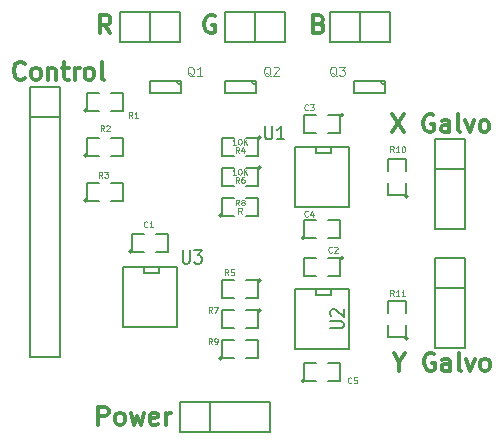
<source format=gbr>
G04 #@! TF.FileFunction,Legend,Top*
%FSLAX46Y46*%
G04 Gerber Fmt 4.6, Leading zero omitted, Abs format (unit mm)*
G04 Created by KiCad (PCBNEW (2014-11-23 BZR 5300)-product) date Tue 25 Nov 2014 12:27:08 AM EST*
%MOMM*%
G01*
G04 APERTURE LIST*
%ADD10C,0.100000*%
%ADD11C,0.300000*%
%ADD12C,0.150000*%
%ADD13C,0.119380*%
%ADD14C,0.127000*%
%ADD15C,0.109220*%
G04 APERTURE END LIST*
D10*
D11*
X155765858Y-95785714D02*
X155694429Y-95857143D01*
X155480143Y-95928571D01*
X155337286Y-95928571D01*
X155123001Y-95857143D01*
X154980143Y-95714286D01*
X154908715Y-95571429D01*
X154837286Y-95285714D01*
X154837286Y-95071429D01*
X154908715Y-94785714D01*
X154980143Y-94642857D01*
X155123001Y-94500000D01*
X155337286Y-94428571D01*
X155480143Y-94428571D01*
X155694429Y-94500000D01*
X155765858Y-94571429D01*
X156623001Y-95928571D02*
X156480143Y-95857143D01*
X156408715Y-95785714D01*
X156337286Y-95642857D01*
X156337286Y-95214286D01*
X156408715Y-95071429D01*
X156480143Y-95000000D01*
X156623001Y-94928571D01*
X156837286Y-94928571D01*
X156980143Y-95000000D01*
X157051572Y-95071429D01*
X157123001Y-95214286D01*
X157123001Y-95642857D01*
X157051572Y-95785714D01*
X156980143Y-95857143D01*
X156837286Y-95928571D01*
X156623001Y-95928571D01*
X157765858Y-94928571D02*
X157765858Y-95928571D01*
X157765858Y-95071429D02*
X157837286Y-95000000D01*
X157980144Y-94928571D01*
X158194429Y-94928571D01*
X158337286Y-95000000D01*
X158408715Y-95142857D01*
X158408715Y-95928571D01*
X158908715Y-94928571D02*
X159480144Y-94928571D01*
X159123001Y-94428571D02*
X159123001Y-95714286D01*
X159194429Y-95857143D01*
X159337287Y-95928571D01*
X159480144Y-95928571D01*
X159980144Y-95928571D02*
X159980144Y-94928571D01*
X159980144Y-95214286D02*
X160051572Y-95071429D01*
X160123001Y-95000000D01*
X160265858Y-94928571D01*
X160408715Y-94928571D01*
X161123001Y-95928571D02*
X160980143Y-95857143D01*
X160908715Y-95785714D01*
X160837286Y-95642857D01*
X160837286Y-95214286D01*
X160908715Y-95071429D01*
X160980143Y-95000000D01*
X161123001Y-94928571D01*
X161337286Y-94928571D01*
X161480143Y-95000000D01*
X161551572Y-95071429D01*
X161623001Y-95214286D01*
X161623001Y-95642857D01*
X161551572Y-95785714D01*
X161480143Y-95857143D01*
X161337286Y-95928571D01*
X161123001Y-95928571D01*
X162480144Y-95928571D02*
X162337286Y-95857143D01*
X162265858Y-95714286D01*
X162265858Y-94428571D01*
X162008715Y-125138571D02*
X162008715Y-123638571D01*
X162580143Y-123638571D01*
X162723001Y-123710000D01*
X162794429Y-123781429D01*
X162865858Y-123924286D01*
X162865858Y-124138571D01*
X162794429Y-124281429D01*
X162723001Y-124352857D01*
X162580143Y-124424286D01*
X162008715Y-124424286D01*
X163723001Y-125138571D02*
X163580143Y-125067143D01*
X163508715Y-124995714D01*
X163437286Y-124852857D01*
X163437286Y-124424286D01*
X163508715Y-124281429D01*
X163580143Y-124210000D01*
X163723001Y-124138571D01*
X163937286Y-124138571D01*
X164080143Y-124210000D01*
X164151572Y-124281429D01*
X164223001Y-124424286D01*
X164223001Y-124852857D01*
X164151572Y-124995714D01*
X164080143Y-125067143D01*
X163937286Y-125138571D01*
X163723001Y-125138571D01*
X164723001Y-124138571D02*
X165008715Y-125138571D01*
X165294429Y-124424286D01*
X165580144Y-125138571D01*
X165865858Y-124138571D01*
X167008715Y-125067143D02*
X166865858Y-125138571D01*
X166580144Y-125138571D01*
X166437287Y-125067143D01*
X166365858Y-124924286D01*
X166365858Y-124352857D01*
X166437287Y-124210000D01*
X166580144Y-124138571D01*
X166865858Y-124138571D01*
X167008715Y-124210000D01*
X167080144Y-124352857D01*
X167080144Y-124495714D01*
X166365858Y-124638571D01*
X167723001Y-125138571D02*
X167723001Y-124138571D01*
X167723001Y-124424286D02*
X167794429Y-124281429D01*
X167865858Y-124210000D01*
X168008715Y-124138571D01*
X168151572Y-124138571D01*
X180701143Y-91205857D02*
X180915429Y-91277286D01*
X180986857Y-91348714D01*
X181058286Y-91491571D01*
X181058286Y-91705857D01*
X180986857Y-91848714D01*
X180915429Y-91920143D01*
X180772571Y-91991571D01*
X180201143Y-91991571D01*
X180201143Y-90491571D01*
X180701143Y-90491571D01*
X180844000Y-90563000D01*
X180915429Y-90634429D01*
X180986857Y-90777286D01*
X180986857Y-90920143D01*
X180915429Y-91063000D01*
X180844000Y-91134429D01*
X180701143Y-91205857D01*
X180201143Y-91205857D01*
X171842857Y-90563000D02*
X171700000Y-90491571D01*
X171485714Y-90491571D01*
X171271429Y-90563000D01*
X171128571Y-90705857D01*
X171057143Y-90848714D01*
X170985714Y-91134429D01*
X170985714Y-91348714D01*
X171057143Y-91634429D01*
X171128571Y-91777286D01*
X171271429Y-91920143D01*
X171485714Y-91991571D01*
X171628571Y-91991571D01*
X171842857Y-91920143D01*
X171914286Y-91848714D01*
X171914286Y-91348714D01*
X171628571Y-91348714D01*
X163024286Y-91991571D02*
X162524286Y-91277286D01*
X162167143Y-91991571D02*
X162167143Y-90491571D01*
X162738571Y-90491571D01*
X162881429Y-90563000D01*
X162952857Y-90634429D01*
X163024286Y-90777286D01*
X163024286Y-90991571D01*
X162952857Y-91134429D01*
X162881429Y-91205857D01*
X162738571Y-91277286D01*
X162167143Y-91277286D01*
X187492143Y-119852286D02*
X187492143Y-120566571D01*
X186992143Y-119066571D02*
X187492143Y-119852286D01*
X187992143Y-119066571D01*
X190420714Y-119138000D02*
X190277857Y-119066571D01*
X190063571Y-119066571D01*
X189849286Y-119138000D01*
X189706428Y-119280857D01*
X189635000Y-119423714D01*
X189563571Y-119709429D01*
X189563571Y-119923714D01*
X189635000Y-120209429D01*
X189706428Y-120352286D01*
X189849286Y-120495143D01*
X190063571Y-120566571D01*
X190206428Y-120566571D01*
X190420714Y-120495143D01*
X190492143Y-120423714D01*
X190492143Y-119923714D01*
X190206428Y-119923714D01*
X191777857Y-120566571D02*
X191777857Y-119780857D01*
X191706428Y-119638000D01*
X191563571Y-119566571D01*
X191277857Y-119566571D01*
X191135000Y-119638000D01*
X191777857Y-120495143D02*
X191635000Y-120566571D01*
X191277857Y-120566571D01*
X191135000Y-120495143D01*
X191063571Y-120352286D01*
X191063571Y-120209429D01*
X191135000Y-120066571D01*
X191277857Y-119995143D01*
X191635000Y-119995143D01*
X191777857Y-119923714D01*
X192706429Y-120566571D02*
X192563571Y-120495143D01*
X192492143Y-120352286D01*
X192492143Y-119066571D01*
X193135000Y-119566571D02*
X193492143Y-120566571D01*
X193849285Y-119566571D01*
X194635000Y-120566571D02*
X194492142Y-120495143D01*
X194420714Y-120423714D01*
X194349285Y-120280857D01*
X194349285Y-119852286D01*
X194420714Y-119709429D01*
X194492142Y-119638000D01*
X194635000Y-119566571D01*
X194849285Y-119566571D01*
X194992142Y-119638000D01*
X195063571Y-119709429D01*
X195135000Y-119852286D01*
X195135000Y-120280857D01*
X195063571Y-120423714D01*
X194992142Y-120495143D01*
X194849285Y-120566571D01*
X194635000Y-120566571D01*
X186865144Y-98873571D02*
X187865144Y-100373571D01*
X187865144Y-98873571D02*
X186865144Y-100373571D01*
X190365143Y-98945000D02*
X190222286Y-98873571D01*
X190008000Y-98873571D01*
X189793715Y-98945000D01*
X189650857Y-99087857D01*
X189579429Y-99230714D01*
X189508000Y-99516429D01*
X189508000Y-99730714D01*
X189579429Y-100016429D01*
X189650857Y-100159286D01*
X189793715Y-100302143D01*
X190008000Y-100373571D01*
X190150857Y-100373571D01*
X190365143Y-100302143D01*
X190436572Y-100230714D01*
X190436572Y-99730714D01*
X190150857Y-99730714D01*
X191722286Y-100373571D02*
X191722286Y-99587857D01*
X191650857Y-99445000D01*
X191508000Y-99373571D01*
X191222286Y-99373571D01*
X191079429Y-99445000D01*
X191722286Y-100302143D02*
X191579429Y-100373571D01*
X191222286Y-100373571D01*
X191079429Y-100302143D01*
X191008000Y-100159286D01*
X191008000Y-100016429D01*
X191079429Y-99873571D01*
X191222286Y-99802143D01*
X191579429Y-99802143D01*
X191722286Y-99730714D01*
X192650858Y-100373571D02*
X192508000Y-100302143D01*
X192436572Y-100159286D01*
X192436572Y-98873571D01*
X193079429Y-99373571D02*
X193436572Y-100373571D01*
X193793714Y-99373571D01*
X194579429Y-100373571D02*
X194436571Y-100302143D01*
X194365143Y-100230714D01*
X194293714Y-100087857D01*
X194293714Y-99659286D01*
X194365143Y-99516429D01*
X194436571Y-99445000D01*
X194579429Y-99373571D01*
X194793714Y-99373571D01*
X194936571Y-99445000D01*
X195008000Y-99516429D01*
X195079429Y-99659286D01*
X195079429Y-100087857D01*
X195008000Y-100230714D01*
X194936571Y-100302143D01*
X194793714Y-100373571D01*
X194579429Y-100373571D01*
D12*
X190500000Y-103505000D02*
X190500000Y-108585000D01*
X190500000Y-108585000D02*
X193040000Y-108585000D01*
X193040000Y-108585000D02*
X193040000Y-103505000D01*
X193040000Y-100965000D02*
X193040000Y-103505000D01*
X193040000Y-103505000D02*
X190500000Y-103505000D01*
X193040000Y-100965000D02*
X190500000Y-100965000D01*
X190500000Y-100965000D02*
X190500000Y-103505000D01*
X190500000Y-113538000D02*
X190500000Y-118618000D01*
X190500000Y-118618000D02*
X193040000Y-118618000D01*
X193040000Y-118618000D02*
X193040000Y-113538000D01*
X193040000Y-110998000D02*
X193040000Y-113538000D01*
X193040000Y-113538000D02*
X190500000Y-113538000D01*
X193040000Y-110998000D02*
X190500000Y-110998000D01*
X190500000Y-110998000D02*
X190500000Y-113538000D01*
X171450000Y-125730000D02*
X176530000Y-125730000D01*
X176530000Y-125730000D02*
X176530000Y-123190000D01*
X176530000Y-123190000D02*
X171450000Y-123190000D01*
X168910000Y-123190000D02*
X171450000Y-123190000D01*
X171450000Y-123190000D02*
X171450000Y-125730000D01*
X168910000Y-123190000D02*
X168910000Y-125730000D01*
X168910000Y-125730000D02*
X171450000Y-125730000D01*
X158750000Y-99060000D02*
X158750000Y-119380000D01*
X158750000Y-119380000D02*
X156210000Y-119380000D01*
X156210000Y-119380000D02*
X156210000Y-99060000D01*
X158750000Y-96520000D02*
X158750000Y-99060000D01*
X158750000Y-99060000D02*
X156210000Y-99060000D01*
X158750000Y-96520000D02*
X156210000Y-96520000D01*
X156210000Y-96520000D02*
X156210000Y-99060000D01*
X166370000Y-90170000D02*
X166370000Y-92710000D01*
X163830000Y-90170000D02*
X163830000Y-92710000D01*
X163830000Y-92710000D02*
X166370000Y-92710000D01*
X166370000Y-92710000D02*
X168910000Y-92710000D01*
X168910000Y-92710000D02*
X168910000Y-90170000D01*
X168910000Y-90170000D02*
X163830000Y-90170000D01*
X175260000Y-90170000D02*
X175260000Y-92710000D01*
X172720000Y-90170000D02*
X172720000Y-92710000D01*
X172720000Y-92710000D02*
X175260000Y-92710000D01*
X175260000Y-92710000D02*
X177800000Y-92710000D01*
X177800000Y-92710000D02*
X177800000Y-90170000D01*
X177800000Y-90170000D02*
X172720000Y-90170000D01*
X184150000Y-90170000D02*
X184150000Y-92710000D01*
X181610000Y-90170000D02*
X181610000Y-92710000D01*
X181610000Y-92710000D02*
X184150000Y-92710000D01*
X184150000Y-92710000D02*
X186690000Y-92710000D01*
X186690000Y-92710000D02*
X186690000Y-90170000D01*
X186690000Y-90170000D02*
X181610000Y-90170000D01*
X168975090Y-96169480D02*
G75*
G03X168975090Y-96169480I-159070J0D01*
G01*
X166370000Y-97028000D02*
X166370000Y-96012000D01*
X168973500Y-97028000D02*
X168973500Y-96012000D01*
X166370000Y-96012000D02*
X168973500Y-96012000D01*
X168973500Y-97028000D02*
X166370000Y-97028000D01*
X175325090Y-96169480D02*
G75*
G03X175325090Y-96169480I-159070J0D01*
G01*
X172720000Y-97028000D02*
X172720000Y-96012000D01*
X175323500Y-97028000D02*
X175323500Y-96012000D01*
X172720000Y-96012000D02*
X175323500Y-96012000D01*
X175323500Y-97028000D02*
X172720000Y-97028000D01*
X186247090Y-96169480D02*
G75*
G03X186247090Y-96169480I-159070J0D01*
G01*
X183642000Y-97028000D02*
X183642000Y-96012000D01*
X186245500Y-97028000D02*
X186245500Y-96012000D01*
X183642000Y-96012000D02*
X186245500Y-96012000D01*
X186245500Y-97028000D02*
X183642000Y-97028000D01*
X183261000Y-101600000D02*
X183261000Y-106680000D01*
X183261000Y-106680000D02*
X178689000Y-106680000D01*
X178689000Y-106680000D02*
X178689000Y-101600000D01*
X178689000Y-101600000D02*
X183261000Y-101600000D01*
X181737000Y-101600000D02*
X181737000Y-102108000D01*
X181737000Y-102108000D02*
X180467000Y-102108000D01*
X180467000Y-102108000D02*
X180467000Y-101600000D01*
X183261000Y-113665000D02*
X183261000Y-118745000D01*
X183261000Y-118745000D02*
X178689000Y-118745000D01*
X178689000Y-118745000D02*
X178689000Y-113665000D01*
X178689000Y-113665000D02*
X183261000Y-113665000D01*
X181737000Y-113665000D02*
X181737000Y-114173000D01*
X181737000Y-114173000D02*
X180467000Y-114173000D01*
X180467000Y-114173000D02*
X180467000Y-113665000D01*
X168656000Y-111760000D02*
X168656000Y-116840000D01*
X168656000Y-116840000D02*
X164084000Y-116840000D01*
X164084000Y-116840000D02*
X164084000Y-111760000D01*
X164084000Y-111760000D02*
X168656000Y-111760000D01*
X167132000Y-111760000D02*
X167132000Y-112268000D01*
X167132000Y-112268000D02*
X165862000Y-112268000D01*
X165862000Y-112268000D02*
X165862000Y-111760000D01*
X164846000Y-110490000D02*
G75*
G03X164846000Y-110490000I-127000J0D01*
G01*
X165862000Y-110490000D02*
X164846000Y-110490000D01*
X164846000Y-110490000D02*
X164846000Y-108966000D01*
X164846000Y-108966000D02*
X165862000Y-108966000D01*
X166878000Y-108966000D02*
X167894000Y-108966000D01*
X167894000Y-108966000D02*
X167894000Y-110490000D01*
X167894000Y-110490000D02*
X166878000Y-110490000D01*
X182753000Y-110998000D02*
G75*
G03X182753000Y-110998000I-127000J0D01*
G01*
X181483000Y-110998000D02*
X182499000Y-110998000D01*
X182499000Y-110998000D02*
X182499000Y-112522000D01*
X182499000Y-112522000D02*
X181483000Y-112522000D01*
X180467000Y-112522000D02*
X179451000Y-112522000D01*
X179451000Y-112522000D02*
X179451000Y-110998000D01*
X179451000Y-110998000D02*
X180467000Y-110998000D01*
X182753000Y-98933000D02*
G75*
G03X182753000Y-98933000I-127000J0D01*
G01*
X181483000Y-98933000D02*
X182499000Y-98933000D01*
X182499000Y-98933000D02*
X182499000Y-100457000D01*
X182499000Y-100457000D02*
X181483000Y-100457000D01*
X180467000Y-100457000D02*
X179451000Y-100457000D01*
X179451000Y-100457000D02*
X179451000Y-98933000D01*
X179451000Y-98933000D02*
X180467000Y-98933000D01*
X179451000Y-109347000D02*
G75*
G03X179451000Y-109347000I-127000J0D01*
G01*
X180467000Y-109347000D02*
X179451000Y-109347000D01*
X179451000Y-109347000D02*
X179451000Y-107823000D01*
X179451000Y-107823000D02*
X180467000Y-107823000D01*
X181483000Y-107823000D02*
X182499000Y-107823000D01*
X182499000Y-107823000D02*
X182499000Y-109347000D01*
X182499000Y-109347000D02*
X181483000Y-109347000D01*
X179451000Y-121412000D02*
G75*
G03X179451000Y-121412000I-127000J0D01*
G01*
X180467000Y-121412000D02*
X179451000Y-121412000D01*
X179451000Y-121412000D02*
X179451000Y-119888000D01*
X179451000Y-119888000D02*
X180467000Y-119888000D01*
X181483000Y-119888000D02*
X182499000Y-119888000D01*
X182499000Y-119888000D02*
X182499000Y-121412000D01*
X182499000Y-121412000D02*
X181483000Y-121412000D01*
X161036000Y-98552000D02*
G75*
G03X161036000Y-98552000I-127000J0D01*
G01*
X162052000Y-98552000D02*
X161036000Y-98552000D01*
X161036000Y-98552000D02*
X161036000Y-97028000D01*
X161036000Y-97028000D02*
X162052000Y-97028000D01*
X163068000Y-97028000D02*
X164084000Y-97028000D01*
X164084000Y-97028000D02*
X164084000Y-98552000D01*
X164084000Y-98552000D02*
X163068000Y-98552000D01*
X161036000Y-102362000D02*
G75*
G03X161036000Y-102362000I-127000J0D01*
G01*
X162052000Y-102362000D02*
X161036000Y-102362000D01*
X161036000Y-102362000D02*
X161036000Y-100838000D01*
X161036000Y-100838000D02*
X162052000Y-100838000D01*
X163068000Y-100838000D02*
X164084000Y-100838000D01*
X164084000Y-100838000D02*
X164084000Y-102362000D01*
X164084000Y-102362000D02*
X163068000Y-102362000D01*
X161036000Y-106172000D02*
G75*
G03X161036000Y-106172000I-127000J0D01*
G01*
X162052000Y-106172000D02*
X161036000Y-106172000D01*
X161036000Y-106172000D02*
X161036000Y-104648000D01*
X161036000Y-104648000D02*
X162052000Y-104648000D01*
X163068000Y-104648000D02*
X164084000Y-104648000D01*
X164084000Y-104648000D02*
X164084000Y-106172000D01*
X164084000Y-106172000D02*
X163068000Y-106172000D01*
X175768000Y-100838000D02*
G75*
G03X175768000Y-100838000I-127000J0D01*
G01*
X174498000Y-100838000D02*
X175514000Y-100838000D01*
X175514000Y-100838000D02*
X175514000Y-102362000D01*
X175514000Y-102362000D02*
X174498000Y-102362000D01*
X173482000Y-102362000D02*
X172466000Y-102362000D01*
X172466000Y-102362000D02*
X172466000Y-100838000D01*
X172466000Y-100838000D02*
X173482000Y-100838000D01*
X175768000Y-112903000D02*
G75*
G03X175768000Y-112903000I-127000J0D01*
G01*
X174498000Y-112903000D02*
X175514000Y-112903000D01*
X175514000Y-112903000D02*
X175514000Y-114427000D01*
X175514000Y-114427000D02*
X174498000Y-114427000D01*
X173482000Y-114427000D02*
X172466000Y-114427000D01*
X172466000Y-114427000D02*
X172466000Y-112903000D01*
X172466000Y-112903000D02*
X173482000Y-112903000D01*
X175768000Y-103378000D02*
G75*
G03X175768000Y-103378000I-127000J0D01*
G01*
X174498000Y-103378000D02*
X175514000Y-103378000D01*
X175514000Y-103378000D02*
X175514000Y-104902000D01*
X175514000Y-104902000D02*
X174498000Y-104902000D01*
X173482000Y-104902000D02*
X172466000Y-104902000D01*
X172466000Y-104902000D02*
X172466000Y-103378000D01*
X172466000Y-103378000D02*
X173482000Y-103378000D01*
X175768000Y-115443000D02*
G75*
G03X175768000Y-115443000I-127000J0D01*
G01*
X174498000Y-115443000D02*
X175514000Y-115443000D01*
X175514000Y-115443000D02*
X175514000Y-116967000D01*
X175514000Y-116967000D02*
X174498000Y-116967000D01*
X173482000Y-116967000D02*
X172466000Y-116967000D01*
X172466000Y-116967000D02*
X172466000Y-115443000D01*
X172466000Y-115443000D02*
X173482000Y-115443000D01*
X172466000Y-107442000D02*
G75*
G03X172466000Y-107442000I-127000J0D01*
G01*
X173482000Y-107442000D02*
X172466000Y-107442000D01*
X172466000Y-107442000D02*
X172466000Y-105918000D01*
X172466000Y-105918000D02*
X173482000Y-105918000D01*
X174498000Y-105918000D02*
X175514000Y-105918000D01*
X175514000Y-105918000D02*
X175514000Y-107442000D01*
X175514000Y-107442000D02*
X174498000Y-107442000D01*
X172466000Y-119507000D02*
G75*
G03X172466000Y-119507000I-127000J0D01*
G01*
X173482000Y-119507000D02*
X172466000Y-119507000D01*
X172466000Y-119507000D02*
X172466000Y-117983000D01*
X172466000Y-117983000D02*
X173482000Y-117983000D01*
X174498000Y-117983000D02*
X175514000Y-117983000D01*
X175514000Y-117983000D02*
X175514000Y-119507000D01*
X175514000Y-119507000D02*
X174498000Y-119507000D01*
X188214000Y-105791000D02*
G75*
G03X188214000Y-105791000I-127000J0D01*
G01*
X188087000Y-104648000D02*
X188087000Y-105664000D01*
X188087000Y-105664000D02*
X186563000Y-105664000D01*
X186563000Y-105664000D02*
X186563000Y-104648000D01*
X186563000Y-103632000D02*
X186563000Y-102616000D01*
X186563000Y-102616000D02*
X188087000Y-102616000D01*
X188087000Y-102616000D02*
X188087000Y-103632000D01*
X188214000Y-117856000D02*
G75*
G03X188214000Y-117856000I-127000J0D01*
G01*
X188087000Y-116713000D02*
X188087000Y-117729000D01*
X188087000Y-117729000D02*
X186563000Y-117729000D01*
X186563000Y-117729000D02*
X186563000Y-116713000D01*
X186563000Y-115697000D02*
X186563000Y-114681000D01*
X186563000Y-114681000D02*
X188087000Y-114681000D01*
X188087000Y-114681000D02*
X188087000Y-115697000D01*
D13*
X170107429Y-95667286D02*
X170034857Y-95631000D01*
X169962286Y-95558429D01*
X169853429Y-95449571D01*
X169780857Y-95413286D01*
X169708286Y-95413286D01*
X169744571Y-95594714D02*
X169672000Y-95558429D01*
X169599429Y-95485857D01*
X169563143Y-95340714D01*
X169563143Y-95086714D01*
X169599429Y-94941571D01*
X169672000Y-94869000D01*
X169744571Y-94832714D01*
X169889714Y-94832714D01*
X169962286Y-94869000D01*
X170034857Y-94941571D01*
X170071143Y-95086714D01*
X170071143Y-95340714D01*
X170034857Y-95485857D01*
X169962286Y-95558429D01*
X169889714Y-95594714D01*
X169744571Y-95594714D01*
X170796857Y-95594714D02*
X170361429Y-95594714D01*
X170579143Y-95594714D02*
X170579143Y-94832714D01*
X170506572Y-94941571D01*
X170434000Y-95014143D01*
X170361429Y-95050429D01*
X176584429Y-95667286D02*
X176511857Y-95631000D01*
X176439286Y-95558429D01*
X176330429Y-95449571D01*
X176257857Y-95413286D01*
X176185286Y-95413286D01*
X176221571Y-95594714D02*
X176149000Y-95558429D01*
X176076429Y-95485857D01*
X176040143Y-95340714D01*
X176040143Y-95086714D01*
X176076429Y-94941571D01*
X176149000Y-94869000D01*
X176221571Y-94832714D01*
X176366714Y-94832714D01*
X176439286Y-94869000D01*
X176511857Y-94941571D01*
X176548143Y-95086714D01*
X176548143Y-95340714D01*
X176511857Y-95485857D01*
X176439286Y-95558429D01*
X176366714Y-95594714D01*
X176221571Y-95594714D01*
X176838429Y-94905286D02*
X176874715Y-94869000D01*
X176947286Y-94832714D01*
X177128715Y-94832714D01*
X177201286Y-94869000D01*
X177237572Y-94905286D01*
X177273857Y-94977857D01*
X177273857Y-95050429D01*
X177237572Y-95159286D01*
X176802143Y-95594714D01*
X177273857Y-95594714D01*
X182172429Y-95667286D02*
X182099857Y-95631000D01*
X182027286Y-95558429D01*
X181918429Y-95449571D01*
X181845857Y-95413286D01*
X181773286Y-95413286D01*
X181809571Y-95594714D02*
X181737000Y-95558429D01*
X181664429Y-95485857D01*
X181628143Y-95340714D01*
X181628143Y-95086714D01*
X181664429Y-94941571D01*
X181737000Y-94869000D01*
X181809571Y-94832714D01*
X181954714Y-94832714D01*
X182027286Y-94869000D01*
X182099857Y-94941571D01*
X182136143Y-95086714D01*
X182136143Y-95340714D01*
X182099857Y-95485857D01*
X182027286Y-95558429D01*
X181954714Y-95594714D01*
X181809571Y-95594714D01*
X182390143Y-94832714D02*
X182861857Y-94832714D01*
X182607857Y-95123000D01*
X182716715Y-95123000D01*
X182789286Y-95159286D01*
X182825572Y-95195571D01*
X182861857Y-95268143D01*
X182861857Y-95449571D01*
X182825572Y-95522143D01*
X182789286Y-95558429D01*
X182716715Y-95594714D01*
X182499000Y-95594714D01*
X182426429Y-95558429D01*
X182390143Y-95522143D01*
D14*
X176136905Y-99831071D02*
X176136905Y-100756357D01*
X176185286Y-100865214D01*
X176233667Y-100919643D01*
X176330429Y-100974071D01*
X176523952Y-100974071D01*
X176620714Y-100919643D01*
X176669095Y-100865214D01*
X176717476Y-100756357D01*
X176717476Y-99831071D01*
X177733476Y-100974071D02*
X177152905Y-100974071D01*
X177443191Y-100974071D02*
X177443191Y-99831071D01*
X177346429Y-99994357D01*
X177249667Y-100103214D01*
X177152905Y-100157643D01*
X181619071Y-116979095D02*
X182544357Y-116979095D01*
X182653214Y-116930714D01*
X182707643Y-116882333D01*
X182762071Y-116785571D01*
X182762071Y-116592048D01*
X182707643Y-116495286D01*
X182653214Y-116446905D01*
X182544357Y-116398524D01*
X181619071Y-116398524D01*
X181727929Y-115963095D02*
X181673500Y-115914714D01*
X181619071Y-115817952D01*
X181619071Y-115576048D01*
X181673500Y-115479286D01*
X181727929Y-115430905D01*
X181836786Y-115382524D01*
X181945643Y-115382524D01*
X182108929Y-115430905D01*
X182762071Y-116011476D01*
X182762071Y-115382524D01*
X169151905Y-110372071D02*
X169151905Y-111297357D01*
X169200286Y-111406214D01*
X169248667Y-111460643D01*
X169345429Y-111515071D01*
X169538952Y-111515071D01*
X169635714Y-111460643D01*
X169684095Y-111406214D01*
X169732476Y-111297357D01*
X169732476Y-110372071D01*
X170119524Y-110372071D02*
X170748476Y-110372071D01*
X170409810Y-110807500D01*
X170554952Y-110807500D01*
X170651714Y-110861929D01*
X170700095Y-110916357D01*
X170748476Y-111025214D01*
X170748476Y-111297357D01*
X170700095Y-111406214D01*
X170651714Y-111460643D01*
X170554952Y-111515071D01*
X170264667Y-111515071D01*
X170167905Y-111460643D01*
X170119524Y-111406214D01*
D15*
X166159604Y-108382707D02*
X166135776Y-108406535D01*
X166064293Y-108430362D01*
X166016638Y-108430362D01*
X165945155Y-108406535D01*
X165897500Y-108358880D01*
X165873672Y-108311224D01*
X165849844Y-108215914D01*
X165849844Y-108144431D01*
X165873672Y-108049120D01*
X165897500Y-108001465D01*
X165945155Y-107953810D01*
X166016638Y-107929982D01*
X166064293Y-107929982D01*
X166135776Y-107953810D01*
X166159604Y-107977638D01*
X166636156Y-108430362D02*
X166350224Y-108430362D01*
X166493190Y-108430362D02*
X166493190Y-107929982D01*
X166445535Y-108001465D01*
X166397880Y-108049120D01*
X166350224Y-108072948D01*
X181780604Y-110541707D02*
X181756776Y-110565535D01*
X181685293Y-110589362D01*
X181637638Y-110589362D01*
X181566155Y-110565535D01*
X181518500Y-110517880D01*
X181494672Y-110470224D01*
X181470844Y-110374914D01*
X181470844Y-110303431D01*
X181494672Y-110208120D01*
X181518500Y-110160465D01*
X181566155Y-110112810D01*
X181637638Y-110088982D01*
X181685293Y-110088982D01*
X181756776Y-110112810D01*
X181780604Y-110136638D01*
X181971224Y-110136638D02*
X181995052Y-110112810D01*
X182042707Y-110088982D01*
X182161845Y-110088982D01*
X182209501Y-110112810D01*
X182233328Y-110136638D01*
X182257156Y-110184293D01*
X182257156Y-110231948D01*
X182233328Y-110303431D01*
X181947397Y-110589362D01*
X182257156Y-110589362D01*
X179748604Y-98476707D02*
X179724776Y-98500535D01*
X179653293Y-98524362D01*
X179605638Y-98524362D01*
X179534155Y-98500535D01*
X179486500Y-98452880D01*
X179462672Y-98405224D01*
X179438844Y-98309914D01*
X179438844Y-98238431D01*
X179462672Y-98143120D01*
X179486500Y-98095465D01*
X179534155Y-98047810D01*
X179605638Y-98023982D01*
X179653293Y-98023982D01*
X179724776Y-98047810D01*
X179748604Y-98071638D01*
X179915397Y-98023982D02*
X180225156Y-98023982D01*
X180058363Y-98214603D01*
X180129845Y-98214603D01*
X180177501Y-98238431D01*
X180201328Y-98262259D01*
X180225156Y-98309914D01*
X180225156Y-98429052D01*
X180201328Y-98476707D01*
X180177501Y-98500535D01*
X180129845Y-98524362D01*
X179986880Y-98524362D01*
X179939224Y-98500535D01*
X179915397Y-98476707D01*
X179748604Y-107493707D02*
X179724776Y-107517535D01*
X179653293Y-107541362D01*
X179605638Y-107541362D01*
X179534155Y-107517535D01*
X179486500Y-107469880D01*
X179462672Y-107422224D01*
X179438844Y-107326914D01*
X179438844Y-107255431D01*
X179462672Y-107160120D01*
X179486500Y-107112465D01*
X179534155Y-107064810D01*
X179605638Y-107040982D01*
X179653293Y-107040982D01*
X179724776Y-107064810D01*
X179748604Y-107088638D01*
X180177501Y-107207776D02*
X180177501Y-107541362D01*
X180058363Y-107017155D02*
X179939224Y-107374569D01*
X180248984Y-107374569D01*
X183431604Y-121590707D02*
X183407776Y-121614535D01*
X183336293Y-121638362D01*
X183288638Y-121638362D01*
X183217155Y-121614535D01*
X183169500Y-121566880D01*
X183145672Y-121519224D01*
X183121844Y-121423914D01*
X183121844Y-121352431D01*
X183145672Y-121257120D01*
X183169500Y-121209465D01*
X183217155Y-121161810D01*
X183288638Y-121137982D01*
X183336293Y-121137982D01*
X183407776Y-121161810D01*
X183431604Y-121185638D01*
X183884328Y-121137982D02*
X183646052Y-121137982D01*
X183622224Y-121376259D01*
X183646052Y-121352431D01*
X183693707Y-121328603D01*
X183812845Y-121328603D01*
X183860501Y-121352431D01*
X183884328Y-121376259D01*
X183908156Y-121423914D01*
X183908156Y-121543052D01*
X183884328Y-121590707D01*
X183860501Y-121614535D01*
X183812845Y-121638362D01*
X183693707Y-121638362D01*
X183646052Y-121614535D01*
X183622224Y-121590707D01*
X164889604Y-99159362D02*
X164722810Y-98921086D01*
X164603672Y-99159362D02*
X164603672Y-98658982D01*
X164794293Y-98658982D01*
X164841948Y-98682810D01*
X164865776Y-98706638D01*
X164889604Y-98754293D01*
X164889604Y-98825776D01*
X164865776Y-98873431D01*
X164841948Y-98897259D01*
X164794293Y-98921086D01*
X164603672Y-98921086D01*
X165366156Y-99159362D02*
X165080224Y-99159362D01*
X165223190Y-99159362D02*
X165223190Y-98658982D01*
X165175535Y-98730465D01*
X165127880Y-98778120D01*
X165080224Y-98801948D01*
X162476604Y-100302362D02*
X162309810Y-100064086D01*
X162190672Y-100302362D02*
X162190672Y-99801982D01*
X162381293Y-99801982D01*
X162428948Y-99825810D01*
X162452776Y-99849638D01*
X162476604Y-99897293D01*
X162476604Y-99968776D01*
X162452776Y-100016431D01*
X162428948Y-100040259D01*
X162381293Y-100064086D01*
X162190672Y-100064086D01*
X162667224Y-99849638D02*
X162691052Y-99825810D01*
X162738707Y-99801982D01*
X162857845Y-99801982D01*
X162905501Y-99825810D01*
X162929328Y-99849638D01*
X162953156Y-99897293D01*
X162953156Y-99944948D01*
X162929328Y-100016431D01*
X162643397Y-100302362D01*
X162953156Y-100302362D01*
X162349604Y-104239362D02*
X162182810Y-104001086D01*
X162063672Y-104239362D02*
X162063672Y-103738982D01*
X162254293Y-103738982D01*
X162301948Y-103762810D01*
X162325776Y-103786638D01*
X162349604Y-103834293D01*
X162349604Y-103905776D01*
X162325776Y-103953431D01*
X162301948Y-103977259D01*
X162254293Y-104001086D01*
X162063672Y-104001086D01*
X162516397Y-103738982D02*
X162826156Y-103738982D01*
X162659363Y-103929603D01*
X162730845Y-103929603D01*
X162778501Y-103953431D01*
X162802328Y-103977259D01*
X162826156Y-104024914D01*
X162826156Y-104144052D01*
X162802328Y-104191707D01*
X162778501Y-104215535D01*
X162730845Y-104239362D01*
X162587880Y-104239362D01*
X162540224Y-104215535D01*
X162516397Y-104191707D01*
X173906604Y-102143862D02*
X173739810Y-101905586D01*
X173620672Y-102143862D02*
X173620672Y-101643482D01*
X173811293Y-101643482D01*
X173858948Y-101667310D01*
X173882776Y-101691138D01*
X173906604Y-101738793D01*
X173906604Y-101810276D01*
X173882776Y-101857931D01*
X173858948Y-101881759D01*
X173811293Y-101905586D01*
X173620672Y-101905586D01*
X174335501Y-101810276D02*
X174335501Y-102143862D01*
X174216363Y-101619655D02*
X174097224Y-101977069D01*
X174406984Y-101977069D01*
X173644500Y-101445362D02*
X173358568Y-101445362D01*
X173501534Y-101445362D02*
X173501534Y-100944982D01*
X173453879Y-101016465D01*
X173406224Y-101064120D01*
X173358568Y-101087948D01*
X173954259Y-100944982D02*
X174001914Y-100944982D01*
X174049569Y-100968810D01*
X174073397Y-100992638D01*
X174097224Y-101040293D01*
X174121052Y-101135603D01*
X174121052Y-101254741D01*
X174097224Y-101350052D01*
X174073397Y-101397707D01*
X174049569Y-101421535D01*
X174001914Y-101445362D01*
X173954259Y-101445362D01*
X173906603Y-101421535D01*
X173882776Y-101397707D01*
X173858948Y-101350052D01*
X173835120Y-101254741D01*
X173835120Y-101135603D01*
X173858948Y-101040293D01*
X173882776Y-100992638D01*
X173906603Y-100968810D01*
X173954259Y-100944982D01*
X174335500Y-101445362D02*
X174335500Y-100944982D01*
X174621432Y-101445362D02*
X174406983Y-101159431D01*
X174621432Y-100944982D02*
X174335500Y-101230914D01*
X173017604Y-112494362D02*
X172850810Y-112256086D01*
X172731672Y-112494362D02*
X172731672Y-111993982D01*
X172922293Y-111993982D01*
X172969948Y-112017810D01*
X172993776Y-112041638D01*
X173017604Y-112089293D01*
X173017604Y-112160776D01*
X172993776Y-112208431D01*
X172969948Y-112232259D01*
X172922293Y-112256086D01*
X172731672Y-112256086D01*
X173470328Y-111993982D02*
X173232052Y-111993982D01*
X173208224Y-112232259D01*
X173232052Y-112208431D01*
X173279707Y-112184603D01*
X173398845Y-112184603D01*
X173446501Y-112208431D01*
X173470328Y-112232259D01*
X173494156Y-112279914D01*
X173494156Y-112399052D01*
X173470328Y-112446707D01*
X173446501Y-112470535D01*
X173398845Y-112494362D01*
X173279707Y-112494362D01*
X173232052Y-112470535D01*
X173208224Y-112446707D01*
X173906604Y-104683862D02*
X173739810Y-104445586D01*
X173620672Y-104683862D02*
X173620672Y-104183482D01*
X173811293Y-104183482D01*
X173858948Y-104207310D01*
X173882776Y-104231138D01*
X173906604Y-104278793D01*
X173906604Y-104350276D01*
X173882776Y-104397931D01*
X173858948Y-104421759D01*
X173811293Y-104445586D01*
X173620672Y-104445586D01*
X174335501Y-104183482D02*
X174240190Y-104183482D01*
X174192535Y-104207310D01*
X174168707Y-104231138D01*
X174121052Y-104302620D01*
X174097224Y-104397931D01*
X174097224Y-104588552D01*
X174121052Y-104636207D01*
X174144880Y-104660035D01*
X174192535Y-104683862D01*
X174287845Y-104683862D01*
X174335501Y-104660035D01*
X174359328Y-104636207D01*
X174383156Y-104588552D01*
X174383156Y-104469414D01*
X174359328Y-104421759D01*
X174335501Y-104397931D01*
X174287845Y-104374103D01*
X174192535Y-104374103D01*
X174144880Y-104397931D01*
X174121052Y-104421759D01*
X174097224Y-104469414D01*
X173644500Y-103985362D02*
X173358568Y-103985362D01*
X173501534Y-103985362D02*
X173501534Y-103484982D01*
X173453879Y-103556465D01*
X173406224Y-103604120D01*
X173358568Y-103627948D01*
X173954259Y-103484982D02*
X174001914Y-103484982D01*
X174049569Y-103508810D01*
X174073397Y-103532638D01*
X174097224Y-103580293D01*
X174121052Y-103675603D01*
X174121052Y-103794741D01*
X174097224Y-103890052D01*
X174073397Y-103937707D01*
X174049569Y-103961535D01*
X174001914Y-103985362D01*
X173954259Y-103985362D01*
X173906603Y-103961535D01*
X173882776Y-103937707D01*
X173858948Y-103890052D01*
X173835120Y-103794741D01*
X173835120Y-103675603D01*
X173858948Y-103580293D01*
X173882776Y-103532638D01*
X173906603Y-103508810D01*
X173954259Y-103484982D01*
X174335500Y-103985362D02*
X174335500Y-103484982D01*
X174621432Y-103985362D02*
X174406983Y-103699431D01*
X174621432Y-103484982D02*
X174335500Y-103770914D01*
X171620604Y-115669362D02*
X171453810Y-115431086D01*
X171334672Y-115669362D02*
X171334672Y-115168982D01*
X171525293Y-115168982D01*
X171572948Y-115192810D01*
X171596776Y-115216638D01*
X171620604Y-115264293D01*
X171620604Y-115335776D01*
X171596776Y-115383431D01*
X171572948Y-115407259D01*
X171525293Y-115431086D01*
X171334672Y-115431086D01*
X171787397Y-115168982D02*
X172120984Y-115168982D01*
X171906535Y-115669362D01*
X173906604Y-106588862D02*
X173739810Y-106350586D01*
X173620672Y-106588862D02*
X173620672Y-106088482D01*
X173811293Y-106088482D01*
X173858948Y-106112310D01*
X173882776Y-106136138D01*
X173906604Y-106183793D01*
X173906604Y-106255276D01*
X173882776Y-106302931D01*
X173858948Y-106326759D01*
X173811293Y-106350586D01*
X173620672Y-106350586D01*
X174192535Y-106302931D02*
X174144880Y-106279103D01*
X174121052Y-106255276D01*
X174097224Y-106207620D01*
X174097224Y-106183793D01*
X174121052Y-106136138D01*
X174144880Y-106112310D01*
X174192535Y-106088482D01*
X174287845Y-106088482D01*
X174335501Y-106112310D01*
X174359328Y-106136138D01*
X174383156Y-106183793D01*
X174383156Y-106207620D01*
X174359328Y-106255276D01*
X174335501Y-106279103D01*
X174287845Y-106302931D01*
X174192535Y-106302931D01*
X174144880Y-106326759D01*
X174121052Y-106350586D01*
X174097224Y-106398241D01*
X174097224Y-106493552D01*
X174121052Y-106541207D01*
X174144880Y-106565035D01*
X174192535Y-106588862D01*
X174287845Y-106588862D01*
X174335501Y-106565035D01*
X174359328Y-106541207D01*
X174383156Y-106493552D01*
X174383156Y-106398241D01*
X174359328Y-106350586D01*
X174335501Y-106326759D01*
X174287845Y-106302931D01*
X174144880Y-107287362D02*
X173978086Y-107049086D01*
X173858948Y-107287362D02*
X173858948Y-106786982D01*
X174049569Y-106786982D01*
X174097224Y-106810810D01*
X174121052Y-106834638D01*
X174144880Y-106882293D01*
X174144880Y-106953776D01*
X174121052Y-107001431D01*
X174097224Y-107025259D01*
X174049569Y-107049086D01*
X173858948Y-107049086D01*
X171620604Y-118336362D02*
X171453810Y-118098086D01*
X171334672Y-118336362D02*
X171334672Y-117835982D01*
X171525293Y-117835982D01*
X171572948Y-117859810D01*
X171596776Y-117883638D01*
X171620604Y-117931293D01*
X171620604Y-118002776D01*
X171596776Y-118050431D01*
X171572948Y-118074259D01*
X171525293Y-118098086D01*
X171334672Y-118098086D01*
X171858880Y-118336362D02*
X171954190Y-118336362D01*
X172001845Y-118312535D01*
X172025673Y-118288707D01*
X172073328Y-118217224D01*
X172097156Y-118121914D01*
X172097156Y-117931293D01*
X172073328Y-117883638D01*
X172049501Y-117859810D01*
X172001845Y-117835982D01*
X171906535Y-117835982D01*
X171858880Y-117859810D01*
X171835052Y-117883638D01*
X171811224Y-117931293D01*
X171811224Y-118050431D01*
X171835052Y-118098086D01*
X171858880Y-118121914D01*
X171906535Y-118145741D01*
X172001845Y-118145741D01*
X172049501Y-118121914D01*
X172073328Y-118098086D01*
X172097156Y-118050431D01*
X187003328Y-102080362D02*
X186836534Y-101842086D01*
X186717396Y-102080362D02*
X186717396Y-101579982D01*
X186908017Y-101579982D01*
X186955672Y-101603810D01*
X186979500Y-101627638D01*
X187003328Y-101675293D01*
X187003328Y-101746776D01*
X186979500Y-101794431D01*
X186955672Y-101818259D01*
X186908017Y-101842086D01*
X186717396Y-101842086D01*
X187479880Y-102080362D02*
X187193948Y-102080362D01*
X187336914Y-102080362D02*
X187336914Y-101579982D01*
X187289259Y-101651465D01*
X187241604Y-101699120D01*
X187193948Y-101722948D01*
X187789639Y-101579982D02*
X187837294Y-101579982D01*
X187884949Y-101603810D01*
X187908777Y-101627638D01*
X187932604Y-101675293D01*
X187956432Y-101770603D01*
X187956432Y-101889741D01*
X187932604Y-101985052D01*
X187908777Y-102032707D01*
X187884949Y-102056535D01*
X187837294Y-102080362D01*
X187789639Y-102080362D01*
X187741983Y-102056535D01*
X187718156Y-102032707D01*
X187694328Y-101985052D01*
X187670500Y-101889741D01*
X187670500Y-101770603D01*
X187694328Y-101675293D01*
X187718156Y-101627638D01*
X187741983Y-101603810D01*
X187789639Y-101579982D01*
X187003328Y-114272362D02*
X186836534Y-114034086D01*
X186717396Y-114272362D02*
X186717396Y-113771982D01*
X186908017Y-113771982D01*
X186955672Y-113795810D01*
X186979500Y-113819638D01*
X187003328Y-113867293D01*
X187003328Y-113938776D01*
X186979500Y-113986431D01*
X186955672Y-114010259D01*
X186908017Y-114034086D01*
X186717396Y-114034086D01*
X187479880Y-114272362D02*
X187193948Y-114272362D01*
X187336914Y-114272362D02*
X187336914Y-113771982D01*
X187289259Y-113843465D01*
X187241604Y-113891120D01*
X187193948Y-113914948D01*
X187956432Y-114272362D02*
X187670500Y-114272362D01*
X187813466Y-114272362D02*
X187813466Y-113771982D01*
X187765811Y-113843465D01*
X187718156Y-113891120D01*
X187670500Y-113914948D01*
M02*

</source>
